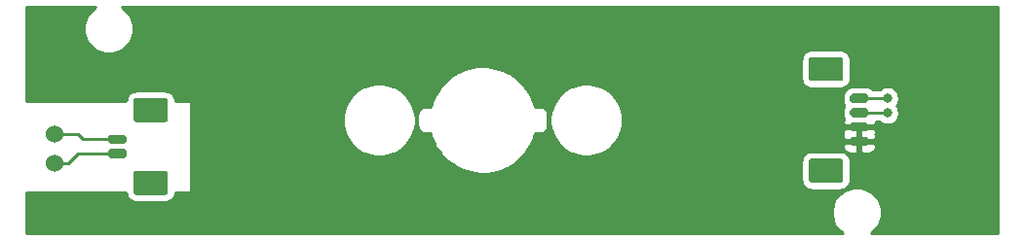
<source format=gbl>
%TF.GenerationSoftware,KiCad,Pcbnew,(5.1.9-0-10_14)*%
%TF.CreationDate,2022-02-18T16:21:06-06:00*%
%TF.ProjectId,OwlSat_Z_Panel,4f776c53-6174-45f5-9a5f-50616e656c2e,rev?*%
%TF.SameCoordinates,Original*%
%TF.FileFunction,Copper,L2,Bot*%
%TF.FilePolarity,Positive*%
%FSLAX46Y46*%
G04 Gerber Fmt 4.6, Leading zero omitted, Abs format (unit mm)*
G04 Created by KiCad (PCBNEW (5.1.9-0-10_14)) date 2022-02-18 16:21:06*
%MOMM*%
%LPD*%
G01*
G04 APERTURE LIST*
%TA.AperFunction,ComponentPad*%
%ADD10C,1.524000*%
%TD*%
%TA.AperFunction,ViaPad*%
%ADD11C,0.800000*%
%TD*%
%TA.AperFunction,Conductor*%
%ADD12C,0.250000*%
%TD*%
%TA.AperFunction,Conductor*%
%ADD13C,0.254000*%
%TD*%
%TA.AperFunction,Conductor*%
%ADD14C,0.100000*%
%TD*%
G04 APERTURE END LIST*
%TO.P,U3,1*%
%TO.N,Net-(U1-Pad2)*%
%TA.AperFunction,SMDPad,CuDef*%
G36*
G01*
X183000000Y-84425000D02*
X181800000Y-84425000D01*
G75*
G02*
X181600000Y-84225000I0J200000D01*
G01*
X181600000Y-83825000D01*
G75*
G02*
X181800000Y-83625000I200000J0D01*
G01*
X183000000Y-83625000D01*
G75*
G02*
X183200000Y-83825000I0J-200000D01*
G01*
X183200000Y-84225000D01*
G75*
G02*
X183000000Y-84425000I-200000J0D01*
G01*
G37*
%TD.AperFunction*%
%TO.P,U3,2*%
%TA.AperFunction,SMDPad,CuDef*%
G36*
G01*
X183000000Y-83175000D02*
X181800000Y-83175000D01*
G75*
G02*
X181600000Y-82975000I0J200000D01*
G01*
X181600000Y-82575000D01*
G75*
G02*
X181800000Y-82375000I200000J0D01*
G01*
X183000000Y-82375000D01*
G75*
G02*
X183200000Y-82575000I0J-200000D01*
G01*
X183200000Y-82975000D01*
G75*
G02*
X183000000Y-83175000I-200000J0D01*
G01*
G37*
%TD.AperFunction*%
%TO.P,U3,3*%
%TO.N,Net-(U1-Pad1)*%
%TA.AperFunction,SMDPad,CuDef*%
G36*
G01*
X183000000Y-81925000D02*
X181800000Y-81925000D01*
G75*
G02*
X181600000Y-81725000I0J200000D01*
G01*
X181600000Y-81325000D01*
G75*
G02*
X181800000Y-81125000I200000J0D01*
G01*
X183000000Y-81125000D01*
G75*
G02*
X183200000Y-81325000I0J-200000D01*
G01*
X183200000Y-81725000D01*
G75*
G02*
X183000000Y-81925000I-200000J0D01*
G01*
G37*
%TD.AperFunction*%
%TO.P,U3,4*%
%TA.AperFunction,SMDPad,CuDef*%
G36*
G01*
X183000000Y-80675000D02*
X181800000Y-80675000D01*
G75*
G02*
X181600000Y-80475000I0J200000D01*
G01*
X181600000Y-80075000D01*
G75*
G02*
X181800000Y-79875000I200000J0D01*
G01*
X183000000Y-79875000D01*
G75*
G02*
X183200000Y-80075000I0J-200000D01*
G01*
X183200000Y-80475000D01*
G75*
G02*
X183000000Y-80675000I-200000J0D01*
G01*
G37*
%TD.AperFunction*%
%TO.P,U3,MP*%
%TO.N,N/C*%
%TA.AperFunction,SMDPad,CuDef*%
G36*
G01*
X180750001Y-87625000D02*
X178249999Y-87625000D01*
G75*
G02*
X178000000Y-87375001I0J249999D01*
G01*
X178000000Y-85774999D01*
G75*
G02*
X178249999Y-85525000I249999J0D01*
G01*
X180750001Y-85525000D01*
G75*
G02*
X181000000Y-85774999I0J-249999D01*
G01*
X181000000Y-87375001D01*
G75*
G02*
X180750001Y-87625000I-249999J0D01*
G01*
G37*
%TD.AperFunction*%
%TA.AperFunction,SMDPad,CuDef*%
G36*
G01*
X180750001Y-78775000D02*
X178249999Y-78775000D01*
G75*
G02*
X178000000Y-78525001I0J249999D01*
G01*
X178000000Y-76924999D01*
G75*
G02*
X178249999Y-76675000I249999J0D01*
G01*
X180750001Y-76675000D01*
G75*
G02*
X181000000Y-76924999I0J-249999D01*
G01*
X181000000Y-78525001D01*
G75*
G02*
X180750001Y-78775000I-249999J0D01*
G01*
G37*
%TD.AperFunction*%
%TD*%
%TO.P,U4,1*%
%TO.N,Net-(U4-Pad1)*%
%TA.AperFunction,SMDPad,CuDef*%
G36*
G01*
X117320000Y-83445000D02*
X118520000Y-83445000D01*
G75*
G02*
X118720000Y-83645000I0J-200000D01*
G01*
X118720000Y-84045000D01*
G75*
G02*
X118520000Y-84245000I-200000J0D01*
G01*
X117320000Y-84245000D01*
G75*
G02*
X117120000Y-84045000I0J200000D01*
G01*
X117120000Y-83645000D01*
G75*
G02*
X117320000Y-83445000I200000J0D01*
G01*
G37*
%TD.AperFunction*%
%TO.P,U4,2*%
%TO.N,Net-(U4-Pad2)*%
%TA.AperFunction,SMDPad,CuDef*%
G36*
G01*
X117320000Y-84695000D02*
X118520000Y-84695000D01*
G75*
G02*
X118720000Y-84895000I0J-200000D01*
G01*
X118720000Y-85295000D01*
G75*
G02*
X118520000Y-85495000I-200000J0D01*
G01*
X117320000Y-85495000D01*
G75*
G02*
X117120000Y-85295000I0J200000D01*
G01*
X117120000Y-84895000D01*
G75*
G02*
X117320000Y-84695000I200000J0D01*
G01*
G37*
%TD.AperFunction*%
%TO.P,U4,MP*%
%TO.N,N/C*%
%TA.AperFunction,SMDPad,CuDef*%
G36*
G01*
X119570000Y-80245000D02*
X122070000Y-80245000D01*
G75*
G02*
X122320000Y-80495000I0J-250000D01*
G01*
X122320000Y-82095000D01*
G75*
G02*
X122070000Y-82345000I-250000J0D01*
G01*
X119570000Y-82345000D01*
G75*
G02*
X119320000Y-82095000I0J250000D01*
G01*
X119320000Y-80495000D01*
G75*
G02*
X119570000Y-80245000I250000J0D01*
G01*
G37*
%TD.AperFunction*%
%TA.AperFunction,SMDPad,CuDef*%
G36*
G01*
X119570000Y-86595000D02*
X122070000Y-86595000D01*
G75*
G02*
X122320000Y-86845000I0J-250000D01*
G01*
X122320000Y-88445000D01*
G75*
G02*
X122070000Y-88695000I-250000J0D01*
G01*
X119570000Y-88695000D01*
G75*
G02*
X119320000Y-88445000I0J250000D01*
G01*
X119320000Y-86845000D01*
G75*
G02*
X119570000Y-86595000I250000J0D01*
G01*
G37*
%TD.AperFunction*%
%TD*%
D10*
%TO.P,U5,1*%
%TO.N,Net-(U4-Pad1)*%
X112510000Y-83370000D03*
%TO.P,U5,2*%
%TO.N,Net-(U4-Pad2)*%
X112510000Y-85910000D03*
%TD*%
D11*
%TO.N,Net-(U1-Pad1)*%
X184840000Y-80270000D03*
X184840000Y-81540000D03*
%TO.N,Net-(U1-Pad2)*%
X148910000Y-73260000D03*
X148920000Y-74490000D03*
X148920000Y-75820000D03*
X150370000Y-88350000D03*
X150380000Y-89570000D03*
X150380000Y-90830000D03*
%TD*%
D12*
%TO.N,Net-(U1-Pad1)*%
X184835000Y-80275000D02*
X184840000Y-80270000D01*
X182400000Y-80275000D02*
X184835000Y-80275000D01*
X184825000Y-81525000D02*
X184840000Y-81540000D01*
X182400000Y-81525000D02*
X184825000Y-81525000D01*
%TO.N,Net-(U4-Pad1)*%
X112510000Y-83370000D02*
X114490000Y-83370000D01*
X114965000Y-83845000D02*
X117920000Y-83845000D01*
X114490000Y-83370000D02*
X114965000Y-83845000D01*
%TO.N,Net-(U4-Pad2)*%
X112510000Y-85910000D02*
X113660000Y-85910000D01*
X114475000Y-85095000D02*
X117920000Y-85095000D01*
X113660000Y-85910000D02*
X114475000Y-85095000D01*
%TD*%
D13*
%TO.N,Net-(U1-Pad2)*%
X115787023Y-72514837D02*
X115484837Y-72817023D01*
X115247412Y-73172355D01*
X115083870Y-73567179D01*
X115000497Y-73986323D01*
X115000497Y-74413677D01*
X115083870Y-74832821D01*
X115247412Y-75227645D01*
X115484837Y-75582977D01*
X115787023Y-75885163D01*
X116142355Y-76122588D01*
X116537179Y-76286130D01*
X116956323Y-76369503D01*
X117383677Y-76369503D01*
X117802821Y-76286130D01*
X118197645Y-76122588D01*
X118552977Y-75885163D01*
X118855163Y-75582977D01*
X119092588Y-75227645D01*
X119256130Y-74832821D01*
X119339503Y-74413677D01*
X119339503Y-73986323D01*
X119256130Y-73567179D01*
X119092588Y-73172355D01*
X118855163Y-72817023D01*
X118552977Y-72514837D01*
X118286825Y-72337000D01*
X194463000Y-72337000D01*
X194463000Y-91993000D01*
X183391646Y-91993000D01*
X183552998Y-91885188D01*
X183855188Y-91582998D01*
X184092617Y-91227660D01*
X184256162Y-90832830D01*
X184339536Y-90413681D01*
X184339536Y-89986319D01*
X184256162Y-89567170D01*
X184092617Y-89172340D01*
X183855188Y-88817002D01*
X183552998Y-88514812D01*
X183197660Y-88277383D01*
X182802830Y-88113838D01*
X182383681Y-88030464D01*
X181956319Y-88030464D01*
X181537170Y-88113838D01*
X181142340Y-88277383D01*
X180787002Y-88514812D01*
X180484812Y-88817002D01*
X180247383Y-89172340D01*
X180083838Y-89567170D01*
X180000464Y-89986319D01*
X180000464Y-90413681D01*
X180083838Y-90832830D01*
X180247383Y-91227660D01*
X180484812Y-91582998D01*
X180787002Y-91885188D01*
X180948354Y-91993000D01*
X109977000Y-91993000D01*
X109977000Y-88467000D01*
X118684095Y-88467000D01*
X118698992Y-88618254D01*
X118749528Y-88784850D01*
X118831595Y-88938386D01*
X118942038Y-89072962D01*
X119076614Y-89183405D01*
X119230150Y-89265472D01*
X119396746Y-89316008D01*
X119570000Y-89333072D01*
X122070000Y-89333072D01*
X122243254Y-89316008D01*
X122409850Y-89265472D01*
X122563386Y-89183405D01*
X122697962Y-89072962D01*
X122808405Y-88938386D01*
X122890472Y-88784850D01*
X122941008Y-88618254D01*
X122955905Y-88467000D01*
X124240000Y-88467000D01*
X124264939Y-88464527D01*
X124288754Y-88457269D01*
X124310695Y-88445505D01*
X124329919Y-88429686D01*
X124345688Y-88410420D01*
X124357396Y-88388448D01*
X124364592Y-88364614D01*
X124367000Y-88339835D01*
X124358548Y-81848305D01*
X137515313Y-81848305D01*
X137515313Y-82471695D01*
X137636930Y-83083105D01*
X137875490Y-83659042D01*
X138221827Y-84177371D01*
X138662629Y-84618173D01*
X139180958Y-84964510D01*
X139756895Y-85203070D01*
X140368305Y-85324687D01*
X140991695Y-85324687D01*
X141603105Y-85203070D01*
X142179042Y-84964510D01*
X142697371Y-84618173D01*
X143138173Y-84177371D01*
X143484510Y-83659042D01*
X143723070Y-83083105D01*
X143844687Y-82471695D01*
X143844687Y-81848305D01*
X143807231Y-81660000D01*
X144006807Y-81660000D01*
X144010000Y-81692420D01*
X144010001Y-82627571D01*
X144006807Y-82660000D01*
X144019550Y-82789383D01*
X144057290Y-82913793D01*
X144118575Y-83028450D01*
X144201052Y-83128948D01*
X144301550Y-83211425D01*
X144416207Y-83272710D01*
X144540617Y-83310450D01*
X144637581Y-83320000D01*
X144670000Y-83323193D01*
X144702419Y-83320000D01*
X145131717Y-83320000D01*
X145149968Y-83408910D01*
X145165750Y-83459891D01*
X145179810Y-83511377D01*
X145183154Y-83519964D01*
X145473729Y-84251075D01*
X145501126Y-84304213D01*
X145527809Y-84357789D01*
X145532757Y-84365563D01*
X145959804Y-85026310D01*
X145997019Y-85073138D01*
X146033583Y-85120489D01*
X146039947Y-85127154D01*
X146587201Y-85692370D01*
X146632822Y-85731093D01*
X146677866Y-85770423D01*
X146685403Y-85775725D01*
X147332019Y-86223881D01*
X147384247Y-86252981D01*
X147436119Y-86282839D01*
X147444542Y-86286576D01*
X148165891Y-86600602D01*
X148222800Y-86619010D01*
X148279459Y-86638216D01*
X148288448Y-86640246D01*
X149057054Y-86808181D01*
X149116457Y-86815185D01*
X149175765Y-86823020D01*
X149184977Y-86823265D01*
X149971565Y-86838712D01*
X150031185Y-86834046D01*
X150090897Y-86830211D01*
X150099981Y-86828662D01*
X150874587Y-86691033D01*
X150932165Y-86674875D01*
X150989996Y-86659515D01*
X150998607Y-86656231D01*
X151731729Y-86370767D01*
X151785094Y-86343722D01*
X151838817Y-86317433D01*
X151846625Y-86312539D01*
X152510338Y-85890115D01*
X152557414Y-85853236D01*
X152605028Y-85816997D01*
X152611738Y-85810680D01*
X152649108Y-85774999D01*
X177361928Y-85774999D01*
X177361928Y-87375001D01*
X177378992Y-87548255D01*
X177429528Y-87714851D01*
X177511595Y-87868387D01*
X177622038Y-88002962D01*
X177756613Y-88113405D01*
X177910149Y-88195472D01*
X178076745Y-88246008D01*
X178249999Y-88263072D01*
X180750001Y-88263072D01*
X180923255Y-88246008D01*
X181089851Y-88195472D01*
X181243387Y-88113405D01*
X181377962Y-88002962D01*
X181488405Y-87868387D01*
X181570472Y-87714851D01*
X181621008Y-87548255D01*
X181638072Y-87375001D01*
X181638072Y-85774999D01*
X181621008Y-85601745D01*
X181570472Y-85435149D01*
X181488405Y-85281613D01*
X181377962Y-85147038D01*
X181243387Y-85036595D01*
X181089851Y-84954528D01*
X180923255Y-84903992D01*
X180750001Y-84886928D01*
X178249999Y-84886928D01*
X178076745Y-84903992D01*
X177910149Y-84954528D01*
X177756613Y-85036595D01*
X177622038Y-85147038D01*
X177511595Y-85281613D01*
X177429528Y-85435149D01*
X177378992Y-85601745D01*
X177361928Y-85774999D01*
X152649108Y-85774999D01*
X153180762Y-85267385D01*
X153219774Y-85222069D01*
X153259447Y-85177267D01*
X153264801Y-85169766D01*
X153717461Y-84526295D01*
X153746943Y-84474238D01*
X153777143Y-84422609D01*
X153780939Y-84414212D01*
X154099993Y-83695073D01*
X154118797Y-83638296D01*
X154138399Y-83581771D01*
X154140491Y-83572796D01*
X154197577Y-83320000D01*
X154637581Y-83320000D01*
X154670000Y-83323193D01*
X154702419Y-83320000D01*
X154799383Y-83310450D01*
X154923793Y-83272710D01*
X155038450Y-83211425D01*
X155138948Y-83128948D01*
X155221425Y-83028450D01*
X155282710Y-82913793D01*
X155320450Y-82789383D01*
X155333193Y-82660000D01*
X155330000Y-82627581D01*
X155330000Y-81848305D01*
X155515313Y-81848305D01*
X155515313Y-82471695D01*
X155636930Y-83083105D01*
X155875490Y-83659042D01*
X156221827Y-84177371D01*
X156662629Y-84618173D01*
X157180958Y-84964510D01*
X157756895Y-85203070D01*
X158368305Y-85324687D01*
X158991695Y-85324687D01*
X159603105Y-85203070D01*
X160179042Y-84964510D01*
X160697371Y-84618173D01*
X160890544Y-84425000D01*
X180961928Y-84425000D01*
X180974188Y-84549482D01*
X181010498Y-84669180D01*
X181069463Y-84779494D01*
X181148815Y-84876185D01*
X181245506Y-84955537D01*
X181355820Y-85014502D01*
X181475518Y-85050812D01*
X181600000Y-85063072D01*
X182114250Y-85060000D01*
X182273000Y-84901250D01*
X182273000Y-84152000D01*
X182527000Y-84152000D01*
X182527000Y-84901250D01*
X182685750Y-85060000D01*
X183200000Y-85063072D01*
X183324482Y-85050812D01*
X183444180Y-85014502D01*
X183554494Y-84955537D01*
X183651185Y-84876185D01*
X183730537Y-84779494D01*
X183789502Y-84669180D01*
X183825812Y-84549482D01*
X183838072Y-84425000D01*
X183835000Y-84310750D01*
X183676250Y-84152000D01*
X182527000Y-84152000D01*
X182273000Y-84152000D01*
X181123750Y-84152000D01*
X180965000Y-84310750D01*
X180961928Y-84425000D01*
X160890544Y-84425000D01*
X161138173Y-84177371D01*
X161484510Y-83659042D01*
X161685005Y-83175000D01*
X180961928Y-83175000D01*
X180974188Y-83299482D01*
X181004680Y-83400000D01*
X180974188Y-83500518D01*
X180961928Y-83625000D01*
X180965000Y-83739250D01*
X181123750Y-83898000D01*
X182273000Y-83898000D01*
X182273000Y-82902000D01*
X182527000Y-82902000D01*
X182527000Y-83898000D01*
X183676250Y-83898000D01*
X183835000Y-83739250D01*
X183838072Y-83625000D01*
X183825812Y-83500518D01*
X183795320Y-83400000D01*
X183825812Y-83299482D01*
X183838072Y-83175000D01*
X183835000Y-83060750D01*
X183676250Y-82902000D01*
X182527000Y-82902000D01*
X182273000Y-82902000D01*
X181123750Y-82902000D01*
X180965000Y-83060750D01*
X180961928Y-83175000D01*
X161685005Y-83175000D01*
X161723070Y-83083105D01*
X161844687Y-82471695D01*
X161844687Y-81848305D01*
X161723070Y-81236895D01*
X161484510Y-80660958D01*
X161138173Y-80142629D01*
X161070544Y-80075000D01*
X180961928Y-80075000D01*
X180961928Y-80475000D01*
X180978031Y-80638500D01*
X181025722Y-80795716D01*
X181081463Y-80900000D01*
X181025722Y-81004284D01*
X180978031Y-81161500D01*
X180961928Y-81325000D01*
X180961928Y-81725000D01*
X180978031Y-81888500D01*
X181025722Y-82045716D01*
X181040855Y-82074027D01*
X181010498Y-82130820D01*
X180974188Y-82250518D01*
X180961928Y-82375000D01*
X180965000Y-82489250D01*
X181123750Y-82648000D01*
X182273000Y-82648000D01*
X182273000Y-82628000D01*
X182527000Y-82628000D01*
X182527000Y-82648000D01*
X183676250Y-82648000D01*
X183835000Y-82489250D01*
X183838072Y-82375000D01*
X183829208Y-82285000D01*
X184121289Y-82285000D01*
X184180226Y-82343937D01*
X184349744Y-82457205D01*
X184538102Y-82535226D01*
X184738061Y-82575000D01*
X184941939Y-82575000D01*
X185141898Y-82535226D01*
X185330256Y-82457205D01*
X185499774Y-82343937D01*
X185643937Y-82199774D01*
X185757205Y-82030256D01*
X185835226Y-81841898D01*
X185875000Y-81641939D01*
X185875000Y-81438061D01*
X185835226Y-81238102D01*
X185757205Y-81049744D01*
X185660490Y-80905000D01*
X185757205Y-80760256D01*
X185835226Y-80571898D01*
X185875000Y-80371939D01*
X185875000Y-80168061D01*
X185835226Y-79968102D01*
X185757205Y-79779744D01*
X185643937Y-79610226D01*
X185499774Y-79466063D01*
X185330256Y-79352795D01*
X185141898Y-79274774D01*
X184941939Y-79235000D01*
X184738061Y-79235000D01*
X184538102Y-79274774D01*
X184349744Y-79352795D01*
X184180226Y-79466063D01*
X184131289Y-79515000D01*
X183619365Y-79515000D01*
X183592606Y-79482394D01*
X183465608Y-79378169D01*
X183320716Y-79300722D01*
X183163500Y-79253031D01*
X183000000Y-79236928D01*
X181800000Y-79236928D01*
X181636500Y-79253031D01*
X181479284Y-79300722D01*
X181334392Y-79378169D01*
X181207394Y-79482394D01*
X181103169Y-79609392D01*
X181025722Y-79754284D01*
X180978031Y-79911500D01*
X180961928Y-80075000D01*
X161070544Y-80075000D01*
X160697371Y-79701827D01*
X160179042Y-79355490D01*
X159603105Y-79116930D01*
X158991695Y-78995313D01*
X158368305Y-78995313D01*
X157756895Y-79116930D01*
X157180958Y-79355490D01*
X156662629Y-79701827D01*
X156221827Y-80142629D01*
X155875490Y-80660958D01*
X155636930Y-81236895D01*
X155515313Y-81848305D01*
X155330000Y-81848305D01*
X155330000Y-81692419D01*
X155333193Y-81660000D01*
X155320450Y-81530617D01*
X155282710Y-81406207D01*
X155221425Y-81291550D01*
X155138948Y-81191052D01*
X155038450Y-81108575D01*
X154923793Y-81047290D01*
X154799383Y-81009550D01*
X154702419Y-81000000D01*
X154670000Y-80996807D01*
X154637581Y-81000000D01*
X154208366Y-81000000D01*
X154190395Y-80912385D01*
X154174641Y-80861467D01*
X154160606Y-80810010D01*
X154157264Y-80801422D01*
X153866917Y-80070221D01*
X153839518Y-80017041D01*
X153812869Y-79963490D01*
X153807923Y-79955714D01*
X153381079Y-79294834D01*
X153343869Y-79247983D01*
X153307330Y-79200634D01*
X153300968Y-79193967D01*
X152753888Y-78628582D01*
X152708301Y-78589863D01*
X152663247Y-78550500D01*
X152655712Y-78545196D01*
X152009234Y-78096840D01*
X151956996Y-78067714D01*
X151905153Y-78037851D01*
X151896731Y-78034112D01*
X151175479Y-77719863D01*
X151118588Y-77701441D01*
X151061922Y-77682213D01*
X151052933Y-77680181D01*
X150284380Y-77512009D01*
X150224990Y-77504988D01*
X150165672Y-77497133D01*
X150156460Y-77496885D01*
X149369879Y-77481196D01*
X149310209Y-77485848D01*
X149250544Y-77489661D01*
X149241460Y-77491207D01*
X149241456Y-77491207D01*
X148466811Y-77628597D01*
X148409257Y-77644729D01*
X148351392Y-77660079D01*
X148342781Y-77663360D01*
X147609571Y-77948597D01*
X147556221Y-77975613D01*
X147502465Y-78001898D01*
X147494656Y-78006789D01*
X146830812Y-78429008D01*
X146783696Y-78465896D01*
X146736100Y-78502098D01*
X146729388Y-78508413D01*
X146160197Y-79051533D01*
X146121153Y-79096858D01*
X146081485Y-79141627D01*
X146076128Y-79149125D01*
X145623270Y-79792457D01*
X145593782Y-79844487D01*
X145563556Y-79896123D01*
X145559758Y-79904519D01*
X145240481Y-80623561D01*
X145221666Y-80680311D01*
X145202039Y-80736852D01*
X145199944Y-80745826D01*
X145142464Y-81000000D01*
X144702419Y-81000000D01*
X144670000Y-80996807D01*
X144637581Y-81000000D01*
X144540617Y-81009550D01*
X144416207Y-81047290D01*
X144301550Y-81108575D01*
X144201052Y-81191052D01*
X144118575Y-81291550D01*
X144057290Y-81406207D01*
X144019550Y-81530617D01*
X144006807Y-81660000D01*
X143807231Y-81660000D01*
X143723070Y-81236895D01*
X143484510Y-80660958D01*
X143138173Y-80142629D01*
X142697371Y-79701827D01*
X142179042Y-79355490D01*
X141603105Y-79116930D01*
X140991695Y-78995313D01*
X140368305Y-78995313D01*
X139756895Y-79116930D01*
X139180958Y-79355490D01*
X138662629Y-79701827D01*
X138221827Y-80142629D01*
X137875490Y-80660958D01*
X137636930Y-81236895D01*
X137515313Y-81848305D01*
X124358548Y-81848305D01*
X124357000Y-80659835D01*
X124354560Y-80635224D01*
X124347333Y-80611399D01*
X124335597Y-80589443D01*
X124319803Y-80570197D01*
X124300557Y-80554403D01*
X124278601Y-80542667D01*
X124254776Y-80535440D01*
X124230000Y-80533000D01*
X122958072Y-80533000D01*
X122958072Y-80495000D01*
X122941008Y-80321746D01*
X122890472Y-80155150D01*
X122808405Y-80001614D01*
X122697962Y-79867038D01*
X122563386Y-79756595D01*
X122409850Y-79674528D01*
X122243254Y-79623992D01*
X122070000Y-79606928D01*
X119570000Y-79606928D01*
X119396746Y-79623992D01*
X119230150Y-79674528D01*
X119076614Y-79756595D01*
X118942038Y-79867038D01*
X118831595Y-80001614D01*
X118749528Y-80155150D01*
X118698992Y-80321746D01*
X118681928Y-80495000D01*
X118681928Y-80533000D01*
X109977000Y-80533000D01*
X109977000Y-76924999D01*
X177361928Y-76924999D01*
X177361928Y-78525001D01*
X177378992Y-78698255D01*
X177429528Y-78864851D01*
X177511595Y-79018387D01*
X177622038Y-79152962D01*
X177756613Y-79263405D01*
X177910149Y-79345472D01*
X178076745Y-79396008D01*
X178249999Y-79413072D01*
X180750001Y-79413072D01*
X180923255Y-79396008D01*
X181089851Y-79345472D01*
X181243387Y-79263405D01*
X181377962Y-79152962D01*
X181488405Y-79018387D01*
X181570472Y-78864851D01*
X181621008Y-78698255D01*
X181638072Y-78525001D01*
X181638072Y-76924999D01*
X181621008Y-76751745D01*
X181570472Y-76585149D01*
X181488405Y-76431613D01*
X181377962Y-76297038D01*
X181243387Y-76186595D01*
X181089851Y-76104528D01*
X180923255Y-76053992D01*
X180750001Y-76036928D01*
X178249999Y-76036928D01*
X178076745Y-76053992D01*
X177910149Y-76104528D01*
X177756613Y-76186595D01*
X177622038Y-76297038D01*
X177511595Y-76431613D01*
X177429528Y-76585149D01*
X177378992Y-76751745D01*
X177361928Y-76924999D01*
X109977000Y-76924999D01*
X109977000Y-72337000D01*
X116053175Y-72337000D01*
X115787023Y-72514837D01*
%TA.AperFunction,Conductor*%
D14*
G36*
X115787023Y-72514837D02*
G01*
X115484837Y-72817023D01*
X115247412Y-73172355D01*
X115083870Y-73567179D01*
X115000497Y-73986323D01*
X115000497Y-74413677D01*
X115083870Y-74832821D01*
X115247412Y-75227645D01*
X115484837Y-75582977D01*
X115787023Y-75885163D01*
X116142355Y-76122588D01*
X116537179Y-76286130D01*
X116956323Y-76369503D01*
X117383677Y-76369503D01*
X117802821Y-76286130D01*
X118197645Y-76122588D01*
X118552977Y-75885163D01*
X118855163Y-75582977D01*
X119092588Y-75227645D01*
X119256130Y-74832821D01*
X119339503Y-74413677D01*
X119339503Y-73986323D01*
X119256130Y-73567179D01*
X119092588Y-73172355D01*
X118855163Y-72817023D01*
X118552977Y-72514837D01*
X118286825Y-72337000D01*
X194463000Y-72337000D01*
X194463000Y-91993000D01*
X183391646Y-91993000D01*
X183552998Y-91885188D01*
X183855188Y-91582998D01*
X184092617Y-91227660D01*
X184256162Y-90832830D01*
X184339536Y-90413681D01*
X184339536Y-89986319D01*
X184256162Y-89567170D01*
X184092617Y-89172340D01*
X183855188Y-88817002D01*
X183552998Y-88514812D01*
X183197660Y-88277383D01*
X182802830Y-88113838D01*
X182383681Y-88030464D01*
X181956319Y-88030464D01*
X181537170Y-88113838D01*
X181142340Y-88277383D01*
X180787002Y-88514812D01*
X180484812Y-88817002D01*
X180247383Y-89172340D01*
X180083838Y-89567170D01*
X180000464Y-89986319D01*
X180000464Y-90413681D01*
X180083838Y-90832830D01*
X180247383Y-91227660D01*
X180484812Y-91582998D01*
X180787002Y-91885188D01*
X180948354Y-91993000D01*
X109977000Y-91993000D01*
X109977000Y-88467000D01*
X118684095Y-88467000D01*
X118698992Y-88618254D01*
X118749528Y-88784850D01*
X118831595Y-88938386D01*
X118942038Y-89072962D01*
X119076614Y-89183405D01*
X119230150Y-89265472D01*
X119396746Y-89316008D01*
X119570000Y-89333072D01*
X122070000Y-89333072D01*
X122243254Y-89316008D01*
X122409850Y-89265472D01*
X122563386Y-89183405D01*
X122697962Y-89072962D01*
X122808405Y-88938386D01*
X122890472Y-88784850D01*
X122941008Y-88618254D01*
X122955905Y-88467000D01*
X124240000Y-88467000D01*
X124264939Y-88464527D01*
X124288754Y-88457269D01*
X124310695Y-88445505D01*
X124329919Y-88429686D01*
X124345688Y-88410420D01*
X124357396Y-88388448D01*
X124364592Y-88364614D01*
X124367000Y-88339835D01*
X124358548Y-81848305D01*
X137515313Y-81848305D01*
X137515313Y-82471695D01*
X137636930Y-83083105D01*
X137875490Y-83659042D01*
X138221827Y-84177371D01*
X138662629Y-84618173D01*
X139180958Y-84964510D01*
X139756895Y-85203070D01*
X140368305Y-85324687D01*
X140991695Y-85324687D01*
X141603105Y-85203070D01*
X142179042Y-84964510D01*
X142697371Y-84618173D01*
X143138173Y-84177371D01*
X143484510Y-83659042D01*
X143723070Y-83083105D01*
X143844687Y-82471695D01*
X143844687Y-81848305D01*
X143807231Y-81660000D01*
X144006807Y-81660000D01*
X144010000Y-81692420D01*
X144010001Y-82627571D01*
X144006807Y-82660000D01*
X144019550Y-82789383D01*
X144057290Y-82913793D01*
X144118575Y-83028450D01*
X144201052Y-83128948D01*
X144301550Y-83211425D01*
X144416207Y-83272710D01*
X144540617Y-83310450D01*
X144637581Y-83320000D01*
X144670000Y-83323193D01*
X144702419Y-83320000D01*
X145131717Y-83320000D01*
X145149968Y-83408910D01*
X145165750Y-83459891D01*
X145179810Y-83511377D01*
X145183154Y-83519964D01*
X145473729Y-84251075D01*
X145501126Y-84304213D01*
X145527809Y-84357789D01*
X145532757Y-84365563D01*
X145959804Y-85026310D01*
X145997019Y-85073138D01*
X146033583Y-85120489D01*
X146039947Y-85127154D01*
X146587201Y-85692370D01*
X146632822Y-85731093D01*
X146677866Y-85770423D01*
X146685403Y-85775725D01*
X147332019Y-86223881D01*
X147384247Y-86252981D01*
X147436119Y-86282839D01*
X147444542Y-86286576D01*
X148165891Y-86600602D01*
X148222800Y-86619010D01*
X148279459Y-86638216D01*
X148288448Y-86640246D01*
X149057054Y-86808181D01*
X149116457Y-86815185D01*
X149175765Y-86823020D01*
X149184977Y-86823265D01*
X149971565Y-86838712D01*
X150031185Y-86834046D01*
X150090897Y-86830211D01*
X150099981Y-86828662D01*
X150874587Y-86691033D01*
X150932165Y-86674875D01*
X150989996Y-86659515D01*
X150998607Y-86656231D01*
X151731729Y-86370767D01*
X151785094Y-86343722D01*
X151838817Y-86317433D01*
X151846625Y-86312539D01*
X152510338Y-85890115D01*
X152557414Y-85853236D01*
X152605028Y-85816997D01*
X152611738Y-85810680D01*
X152649108Y-85774999D01*
X177361928Y-85774999D01*
X177361928Y-87375001D01*
X177378992Y-87548255D01*
X177429528Y-87714851D01*
X177511595Y-87868387D01*
X177622038Y-88002962D01*
X177756613Y-88113405D01*
X177910149Y-88195472D01*
X178076745Y-88246008D01*
X178249999Y-88263072D01*
X180750001Y-88263072D01*
X180923255Y-88246008D01*
X181089851Y-88195472D01*
X181243387Y-88113405D01*
X181377962Y-88002962D01*
X181488405Y-87868387D01*
X181570472Y-87714851D01*
X181621008Y-87548255D01*
X181638072Y-87375001D01*
X181638072Y-85774999D01*
X181621008Y-85601745D01*
X181570472Y-85435149D01*
X181488405Y-85281613D01*
X181377962Y-85147038D01*
X181243387Y-85036595D01*
X181089851Y-84954528D01*
X180923255Y-84903992D01*
X180750001Y-84886928D01*
X178249999Y-84886928D01*
X178076745Y-84903992D01*
X177910149Y-84954528D01*
X177756613Y-85036595D01*
X177622038Y-85147038D01*
X177511595Y-85281613D01*
X177429528Y-85435149D01*
X177378992Y-85601745D01*
X177361928Y-85774999D01*
X152649108Y-85774999D01*
X153180762Y-85267385D01*
X153219774Y-85222069D01*
X153259447Y-85177267D01*
X153264801Y-85169766D01*
X153717461Y-84526295D01*
X153746943Y-84474238D01*
X153777143Y-84422609D01*
X153780939Y-84414212D01*
X154099993Y-83695073D01*
X154118797Y-83638296D01*
X154138399Y-83581771D01*
X154140491Y-83572796D01*
X154197577Y-83320000D01*
X154637581Y-83320000D01*
X154670000Y-83323193D01*
X154702419Y-83320000D01*
X154799383Y-83310450D01*
X154923793Y-83272710D01*
X155038450Y-83211425D01*
X155138948Y-83128948D01*
X155221425Y-83028450D01*
X155282710Y-82913793D01*
X155320450Y-82789383D01*
X155333193Y-82660000D01*
X155330000Y-82627581D01*
X155330000Y-81848305D01*
X155515313Y-81848305D01*
X155515313Y-82471695D01*
X155636930Y-83083105D01*
X155875490Y-83659042D01*
X156221827Y-84177371D01*
X156662629Y-84618173D01*
X157180958Y-84964510D01*
X157756895Y-85203070D01*
X158368305Y-85324687D01*
X158991695Y-85324687D01*
X159603105Y-85203070D01*
X160179042Y-84964510D01*
X160697371Y-84618173D01*
X160890544Y-84425000D01*
X180961928Y-84425000D01*
X180974188Y-84549482D01*
X181010498Y-84669180D01*
X181069463Y-84779494D01*
X181148815Y-84876185D01*
X181245506Y-84955537D01*
X181355820Y-85014502D01*
X181475518Y-85050812D01*
X181600000Y-85063072D01*
X182114250Y-85060000D01*
X182273000Y-84901250D01*
X182273000Y-84152000D01*
X182527000Y-84152000D01*
X182527000Y-84901250D01*
X182685750Y-85060000D01*
X183200000Y-85063072D01*
X183324482Y-85050812D01*
X183444180Y-85014502D01*
X183554494Y-84955537D01*
X183651185Y-84876185D01*
X183730537Y-84779494D01*
X183789502Y-84669180D01*
X183825812Y-84549482D01*
X183838072Y-84425000D01*
X183835000Y-84310750D01*
X183676250Y-84152000D01*
X182527000Y-84152000D01*
X182273000Y-84152000D01*
X181123750Y-84152000D01*
X180965000Y-84310750D01*
X180961928Y-84425000D01*
X160890544Y-84425000D01*
X161138173Y-84177371D01*
X161484510Y-83659042D01*
X161685005Y-83175000D01*
X180961928Y-83175000D01*
X180974188Y-83299482D01*
X181004680Y-83400000D01*
X180974188Y-83500518D01*
X180961928Y-83625000D01*
X180965000Y-83739250D01*
X181123750Y-83898000D01*
X182273000Y-83898000D01*
X182273000Y-82902000D01*
X182527000Y-82902000D01*
X182527000Y-83898000D01*
X183676250Y-83898000D01*
X183835000Y-83739250D01*
X183838072Y-83625000D01*
X183825812Y-83500518D01*
X183795320Y-83400000D01*
X183825812Y-83299482D01*
X183838072Y-83175000D01*
X183835000Y-83060750D01*
X183676250Y-82902000D01*
X182527000Y-82902000D01*
X182273000Y-82902000D01*
X181123750Y-82902000D01*
X180965000Y-83060750D01*
X180961928Y-83175000D01*
X161685005Y-83175000D01*
X161723070Y-83083105D01*
X161844687Y-82471695D01*
X161844687Y-81848305D01*
X161723070Y-81236895D01*
X161484510Y-80660958D01*
X161138173Y-80142629D01*
X161070544Y-80075000D01*
X180961928Y-80075000D01*
X180961928Y-80475000D01*
X180978031Y-80638500D01*
X181025722Y-80795716D01*
X181081463Y-80900000D01*
X181025722Y-81004284D01*
X180978031Y-81161500D01*
X180961928Y-81325000D01*
X180961928Y-81725000D01*
X180978031Y-81888500D01*
X181025722Y-82045716D01*
X181040855Y-82074027D01*
X181010498Y-82130820D01*
X180974188Y-82250518D01*
X180961928Y-82375000D01*
X180965000Y-82489250D01*
X181123750Y-82648000D01*
X182273000Y-82648000D01*
X182273000Y-82628000D01*
X182527000Y-82628000D01*
X182527000Y-82648000D01*
X183676250Y-82648000D01*
X183835000Y-82489250D01*
X183838072Y-82375000D01*
X183829208Y-82285000D01*
X184121289Y-82285000D01*
X184180226Y-82343937D01*
X184349744Y-82457205D01*
X184538102Y-82535226D01*
X184738061Y-82575000D01*
X184941939Y-82575000D01*
X185141898Y-82535226D01*
X185330256Y-82457205D01*
X185499774Y-82343937D01*
X185643937Y-82199774D01*
X185757205Y-82030256D01*
X185835226Y-81841898D01*
X185875000Y-81641939D01*
X185875000Y-81438061D01*
X185835226Y-81238102D01*
X185757205Y-81049744D01*
X185660490Y-80905000D01*
X185757205Y-80760256D01*
X185835226Y-80571898D01*
X185875000Y-80371939D01*
X185875000Y-80168061D01*
X185835226Y-79968102D01*
X185757205Y-79779744D01*
X185643937Y-79610226D01*
X185499774Y-79466063D01*
X185330256Y-79352795D01*
X185141898Y-79274774D01*
X184941939Y-79235000D01*
X184738061Y-79235000D01*
X184538102Y-79274774D01*
X184349744Y-79352795D01*
X184180226Y-79466063D01*
X184131289Y-79515000D01*
X183619365Y-79515000D01*
X183592606Y-79482394D01*
X183465608Y-79378169D01*
X183320716Y-79300722D01*
X183163500Y-79253031D01*
X183000000Y-79236928D01*
X181800000Y-79236928D01*
X181636500Y-79253031D01*
X181479284Y-79300722D01*
X181334392Y-79378169D01*
X181207394Y-79482394D01*
X181103169Y-79609392D01*
X181025722Y-79754284D01*
X180978031Y-79911500D01*
X180961928Y-80075000D01*
X161070544Y-80075000D01*
X160697371Y-79701827D01*
X160179042Y-79355490D01*
X159603105Y-79116930D01*
X158991695Y-78995313D01*
X158368305Y-78995313D01*
X157756895Y-79116930D01*
X157180958Y-79355490D01*
X156662629Y-79701827D01*
X156221827Y-80142629D01*
X155875490Y-80660958D01*
X155636930Y-81236895D01*
X155515313Y-81848305D01*
X155330000Y-81848305D01*
X155330000Y-81692419D01*
X155333193Y-81660000D01*
X155320450Y-81530617D01*
X155282710Y-81406207D01*
X155221425Y-81291550D01*
X155138948Y-81191052D01*
X155038450Y-81108575D01*
X154923793Y-81047290D01*
X154799383Y-81009550D01*
X154702419Y-81000000D01*
X154670000Y-80996807D01*
X154637581Y-81000000D01*
X154208366Y-81000000D01*
X154190395Y-80912385D01*
X154174641Y-80861467D01*
X154160606Y-80810010D01*
X154157264Y-80801422D01*
X153866917Y-80070221D01*
X153839518Y-80017041D01*
X153812869Y-79963490D01*
X153807923Y-79955714D01*
X153381079Y-79294834D01*
X153343869Y-79247983D01*
X153307330Y-79200634D01*
X153300968Y-79193967D01*
X152753888Y-78628582D01*
X152708301Y-78589863D01*
X152663247Y-78550500D01*
X152655712Y-78545196D01*
X152009234Y-78096840D01*
X151956996Y-78067714D01*
X151905153Y-78037851D01*
X151896731Y-78034112D01*
X151175479Y-77719863D01*
X151118588Y-77701441D01*
X151061922Y-77682213D01*
X151052933Y-77680181D01*
X150284380Y-77512009D01*
X150224990Y-77504988D01*
X150165672Y-77497133D01*
X150156460Y-77496885D01*
X149369879Y-77481196D01*
X149310209Y-77485848D01*
X149250544Y-77489661D01*
X149241460Y-77491207D01*
X149241456Y-77491207D01*
X148466811Y-77628597D01*
X148409257Y-77644729D01*
X148351392Y-77660079D01*
X148342781Y-77663360D01*
X147609571Y-77948597D01*
X147556221Y-77975613D01*
X147502465Y-78001898D01*
X147494656Y-78006789D01*
X146830812Y-78429008D01*
X146783696Y-78465896D01*
X146736100Y-78502098D01*
X146729388Y-78508413D01*
X146160197Y-79051533D01*
X146121153Y-79096858D01*
X146081485Y-79141627D01*
X146076128Y-79149125D01*
X145623270Y-79792457D01*
X145593782Y-79844487D01*
X145563556Y-79896123D01*
X145559758Y-79904519D01*
X145240481Y-80623561D01*
X145221666Y-80680311D01*
X145202039Y-80736852D01*
X145199944Y-80745826D01*
X145142464Y-81000000D01*
X144702419Y-81000000D01*
X144670000Y-80996807D01*
X144637581Y-81000000D01*
X144540617Y-81009550D01*
X144416207Y-81047290D01*
X144301550Y-81108575D01*
X144201052Y-81191052D01*
X144118575Y-81291550D01*
X144057290Y-81406207D01*
X144019550Y-81530617D01*
X144006807Y-81660000D01*
X143807231Y-81660000D01*
X143723070Y-81236895D01*
X143484510Y-80660958D01*
X143138173Y-80142629D01*
X142697371Y-79701827D01*
X142179042Y-79355490D01*
X141603105Y-79116930D01*
X140991695Y-78995313D01*
X140368305Y-78995313D01*
X139756895Y-79116930D01*
X139180958Y-79355490D01*
X138662629Y-79701827D01*
X138221827Y-80142629D01*
X137875490Y-80660958D01*
X137636930Y-81236895D01*
X137515313Y-81848305D01*
X124358548Y-81848305D01*
X124357000Y-80659835D01*
X124354560Y-80635224D01*
X124347333Y-80611399D01*
X124335597Y-80589443D01*
X124319803Y-80570197D01*
X124300557Y-80554403D01*
X124278601Y-80542667D01*
X124254776Y-80535440D01*
X124230000Y-80533000D01*
X122958072Y-80533000D01*
X122958072Y-80495000D01*
X122941008Y-80321746D01*
X122890472Y-80155150D01*
X122808405Y-80001614D01*
X122697962Y-79867038D01*
X122563386Y-79756595D01*
X122409850Y-79674528D01*
X122243254Y-79623992D01*
X122070000Y-79606928D01*
X119570000Y-79606928D01*
X119396746Y-79623992D01*
X119230150Y-79674528D01*
X119076614Y-79756595D01*
X118942038Y-79867038D01*
X118831595Y-80001614D01*
X118749528Y-80155150D01*
X118698992Y-80321746D01*
X118681928Y-80495000D01*
X118681928Y-80533000D01*
X109977000Y-80533000D01*
X109977000Y-76924999D01*
X177361928Y-76924999D01*
X177361928Y-78525001D01*
X177378992Y-78698255D01*
X177429528Y-78864851D01*
X177511595Y-79018387D01*
X177622038Y-79152962D01*
X177756613Y-79263405D01*
X177910149Y-79345472D01*
X178076745Y-79396008D01*
X178249999Y-79413072D01*
X180750001Y-79413072D01*
X180923255Y-79396008D01*
X181089851Y-79345472D01*
X181243387Y-79263405D01*
X181377962Y-79152962D01*
X181488405Y-79018387D01*
X181570472Y-78864851D01*
X181621008Y-78698255D01*
X181638072Y-78525001D01*
X181638072Y-76924999D01*
X181621008Y-76751745D01*
X181570472Y-76585149D01*
X181488405Y-76431613D01*
X181377962Y-76297038D01*
X181243387Y-76186595D01*
X181089851Y-76104528D01*
X180923255Y-76053992D01*
X180750001Y-76036928D01*
X178249999Y-76036928D01*
X178076745Y-76053992D01*
X177910149Y-76104528D01*
X177756613Y-76186595D01*
X177622038Y-76297038D01*
X177511595Y-76431613D01*
X177429528Y-76585149D01*
X177378992Y-76751745D01*
X177361928Y-76924999D01*
X109977000Y-76924999D01*
X109977000Y-72337000D01*
X116053175Y-72337000D01*
X115787023Y-72514837D01*
G37*
%TD.AperFunction*%
%TD*%
M02*

</source>
